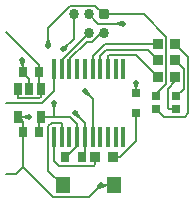
<source format=gtl>
%TF.GenerationSoftware,KiCad,Pcbnew,9.0.0*%
%TF.CreationDate,2025-02-28T17:52:26+00:00*%
%TF.ProjectId,vm_rgb_led_0.1,766d5f72-6762-45f6-9c65-645f302e312e,v0.1*%
%TF.SameCoordinates,PX5204180PY47868c0*%
%TF.FileFunction,Copper,L1,Top*%
%TF.FilePolarity,Positive*%
%FSLAX46Y46*%
G04 Gerber Fmt 4.6, Leading zero omitted, Abs format (unit mm)*
G04 Created by KiCad (PCBNEW 9.0.0) date 2025-02-28 17:52:26*
%MOMM*%
%LPD*%
G01*
G04 APERTURE LIST*
G04 Aperture macros list*
%AMRoundRect*
0 Rectangle with rounded corners*
0 $1 Rounding radius*
0 $2 $3 $4 $5 $6 $7 $8 $9 X,Y pos of 4 corners*
0 Add a 4 corners polygon primitive as box body*
4,1,4,$2,$3,$4,$5,$6,$7,$8,$9,$2,$3,0*
0 Add four circle primitives for the rounded corners*
1,1,$1+$1,$2,$3*
1,1,$1+$1,$4,$5*
1,1,$1+$1,$6,$7*
1,1,$1+$1,$8,$9*
0 Add four rect primitives between the rounded corners*
20,1,$1+$1,$2,$3,$4,$5,0*
20,1,$1+$1,$4,$5,$6,$7,0*
20,1,$1+$1,$6,$7,$8,$9,0*
20,1,$1+$1,$8,$9,$2,$3,0*%
G04 Aperture macros list end*
%TA.AperFunction,SMDPad,CuDef*%
%ADD10C,0.100000*%
%TD*%
%TA.AperFunction,ComponentPad*%
%ADD11RoundRect,0.172720X-0.259080X-0.259080X0.259080X-0.259080X0.259080X0.259080X-0.259080X0.259080X0*%
%TD*%
%TA.AperFunction,ComponentPad*%
%ADD12C,0.863600*%
%TD*%
%TA.AperFunction,SMDPad,CuDef*%
%ADD13R,0.700000X1.000000*%
%TD*%
%TA.AperFunction,SMDPad,CuDef*%
%ADD14R,0.800000X0.800000*%
%TD*%
%TA.AperFunction,SMDPad,CuDef*%
%ADD15R,0.800000X0.900000*%
%TD*%
%TA.AperFunction,SMDPad,CuDef*%
%ADD16R,0.810000X0.860000*%
%TD*%
%TA.AperFunction,SMDPad,CuDef*%
%ADD17O,0.360000X1.740000*%
%TD*%
%TA.AperFunction,SMDPad,CuDef*%
%ADD18R,1.230000X1.360000*%
%TD*%
%TA.AperFunction,SMDPad,CuDef*%
%ADD19R,0.800000X0.700000*%
%TD*%
%TA.AperFunction,ViaPad*%
%ADD20C,0.500000*%
%TD*%
%TA.AperFunction,Conductor*%
%ADD21C,0.200000*%
%TD*%
G04 APERTURE END LIST*
D10*
%TO.P,GS3,1,JD_DATA*%
%TO.N,/JD_DATA*%
X-8000000Y0D03*
%TD*%
D11*
%TO.P,J1,1,Vcc*%
%TO.N,+3V3*%
X290000Y7474800D03*
D12*
%TO.P,J1,2,SWDIO*%
%TO.N,/SWDIO*%
X290000Y5900000D03*
%TO.P,J1,3,GND*%
%TO.N,GND*%
X-980000Y7474800D03*
%TO.P,J1,4,SWDCLK*%
%TO.N,/SWCLK*%
X-980000Y5900000D03*
%TO.P,J1,5,~{RESET}*%
%TO.N,/nRESET*%
X-2250000Y7474800D03*
%TD*%
D13*
%TO.P,U2,1,IN*%
%TO.N,/JD_PWR*%
X-5050000Y1200000D03*
%TO.P,U2,2,GND*%
%TO.N,GND*%
X-6000000Y1200000D03*
%TO.P,U2,3,EN*%
%TO.N,/JD_PWR*%
X-6950000Y1200000D03*
%TO.P,U2,4,N/C*%
%TO.N,GND*%
X-6950000Y-1200000D03*
%TO.P,U2,5,OUT*%
%TO.N,+3V3*%
X-5050000Y-1200000D03*
%TD*%
D14*
%TO.P,D1,1*%
%TO.N,Net-(D1-Pad1)*%
X3020000Y-850000D03*
%TO.P,D1,2*%
%TO.N,GND*%
X3020000Y850000D03*
%TD*%
D15*
%TO.P,C2,1*%
%TO.N,/JD_PWR*%
X-5170000Y2600000D03*
%TO.P,C2,2*%
%TO.N,GND*%
X-6570000Y2600000D03*
%TD*%
%TO.P,C3,1*%
%TO.N,+3V3*%
X-5170000Y-2500000D03*
%TO.P,C3,2*%
%TO.N,GND*%
X-6570000Y-2500000D03*
%TD*%
D16*
%TO.P,R2,1*%
%TO.N,Net-(D2-R)*%
X6350000Y2200000D03*
%TO.P,R2,2*%
%TO.N,/JD_RGB_R*%
X4850000Y2200000D03*
%TD*%
%TO.P,R4,1*%
%TO.N,Net-(D2-G)*%
X6350000Y3600000D03*
%TO.P,R4,2*%
%TO.N,/JD_RGB_G*%
X4850000Y3600000D03*
%TD*%
D17*
%TO.P,U1,1,PB7/PB8*%
%TO.N,/JD_STATUS*%
X-3910000Y-2870000D03*
%TO.P,U1,2,PB9/PC14-OSC32_IN*%
%TO.N,/nFLASH*%
X-3260000Y-2870000D03*
%TO.P,U1,3,PC15-OSC32_OUT*%
%TO.N,unconnected-(U1-PC15-OSC32_OUT-Pad3)*%
X-2610000Y-2870000D03*
%TO.P,U1,4,VDD/VDDA*%
%TO.N,+3V3*%
X-1960000Y-2870000D03*
%TO.P,U1,5,VSS/VSSA*%
%TO.N,GND*%
X-1300000Y-2870000D03*
%TO.P,U1,6,NRST*%
%TO.N,/nRESET*%
X-650000Y-2870000D03*
%TO.P,U1,7,PA0*%
%TO.N,unconnected-(U1-PA0-Pad7)*%
X0Y-2870000D03*
%TO.P,U1,8,PA1*%
%TO.N,unconnected-(U1-PA1-Pad8)*%
X650000Y-2870000D03*
%TO.P,U1,9,PA2*%
%TO.N,unconnected-(U1-PA2-Pad9)*%
X1300000Y-2870000D03*
%TO.P,U1,10,PA3*%
%TO.N,unconnected-(U1-PA3-Pad10)*%
X1950000Y-2870000D03*
%TO.P,U1,11,PA4*%
%TO.N,unconnected-(U1-PA4-Pad11)*%
X1950000Y2870000D03*
%TO.P,U1,12,PA5*%
%TO.N,unconnected-(U1-PA5-Pad12)*%
X1300000Y2870000D03*
%TO.P,U1,13,PA6*%
%TO.N,/JD_RGB_R*%
X650000Y2870000D03*
%TO.P,U1,14,PA7*%
%TO.N,/JD_RGB_G*%
X0Y2870000D03*
%TO.P,U1,15,PB0/PB1/PB2/PA8*%
%TO.N,/JD_RGB_B*%
X-650000Y2870000D03*
%TO.P,U1,16,PA11[PA9]*%
%TO.N,unconnected-(U1-PA11[PA9]-Pad16)*%
X-1300000Y2870000D03*
%TO.P,U1,17,PA12[PA10]*%
%TO.N,unconnected-(U1-PA12[PA10]-Pad17)*%
X-1960000Y2870000D03*
%TO.P,U1,18,PA13*%
%TO.N,/SWDIO*%
X-2610000Y2870000D03*
%TO.P,U1,19,PA15/PA14-BOOT0*%
%TO.N,/SWCLK*%
X-3260000Y2870000D03*
%TO.P,U1,20,PB3/PB4/PB5/PB6*%
%TO.N,/JD_DATA*%
X-3910000Y2870000D03*
%TD*%
D18*
%TO.P,SW1,1,1*%
%TO.N,GND*%
X1200000Y-7000000D03*
%TO.P,SW1,2,2*%
%TO.N,/nFLASH*%
X-3160000Y-7000000D03*
%TD*%
D10*
%TO.P,GS2,1,GND*%
%TO.N,GND*%
X-8000000Y-6000000D03*
%TD*%
D16*
%TO.P,R3,1*%
%TO.N,Net-(D2-B)*%
X6350000Y5000000D03*
%TO.P,R3,2*%
%TO.N,/JD_RGB_B*%
X4850000Y5000000D03*
%TD*%
D15*
%TO.P,C1,1*%
%TO.N,+3V3*%
X-2980000Y-4600000D03*
%TO.P,C1,2*%
%TO.N,GND*%
X-1580000Y-4600000D03*
%TD*%
D10*
%TO.P,GS1,1,JD_PWR*%
%TO.N,/JD_PWR*%
X-8000000Y6000000D03*
%TD*%
D16*
%TO.P,R1,1*%
%TO.N,/JD_STATUS*%
X-430000Y-4600000D03*
%TO.P,R1,2*%
%TO.N,Net-(D1-Pad1)*%
X1070000Y-4600000D03*
%TD*%
D19*
%TO.P,D2,1,R*%
%TO.N,Net-(D2-R)*%
X6450000Y-550000D03*
%TO.P,D2,2,B*%
%TO.N,Net-(D2-B)*%
X4750000Y-550000D03*
%TO.P,D2,3*%
%TO.N,+3V3*%
X4750000Y550000D03*
%TO.P,D2,4,G*%
%TO.N,Net-(D2-G)*%
X6450000Y550000D03*
%TD*%
D20*
%TO.N,GND*%
X-2131092Y-851091D03*
X20000Y-7000000D03*
X1920000Y6700000D03*
X-6000000Y-1200000D03*
X3024409Y1695591D03*
X-6600000Y3600000D03*
%TO.N,+3V3*%
X-4400000Y4800000D03*
X-3900000Y0D03*
%TO.N,/nRESET*%
X-1300000Y1000000D03*
X-3128909Y4528909D03*
%TD*%
D21*
%TO.N,GND*%
X-980000Y7474800D02*
X-205200Y6700000D01*
X-8000000Y-6000000D02*
X-7160000Y-6000000D01*
X-6570000Y2600000D02*
X-6570000Y3570000D01*
X3020000Y1691182D02*
X3024409Y1695591D01*
X-1300000Y-4320000D02*
X-1300000Y-2870000D01*
X-3999000Y-7981000D02*
X-6570000Y-5410000D01*
X-961000Y-7981000D02*
X-3999000Y-7981000D01*
X3020000Y850000D02*
X3020000Y1691182D01*
X-6570000Y-2500000D02*
X-6570000Y-1580000D01*
X-6570000Y3570000D02*
X-6600000Y3600000D01*
X-1300000Y-2870000D02*
X-1300000Y-1682183D01*
X-6570000Y-1580000D02*
X-6950000Y-1200000D01*
X1200000Y-7000000D02*
X20000Y-7000000D01*
X-1580000Y-4600000D02*
X-1300000Y-4320000D01*
X-6950000Y-1200000D02*
X-6000000Y-1200000D01*
X-205200Y6700000D02*
X1920000Y6700000D01*
X-6000000Y2030000D02*
X-6000000Y1200000D01*
X-1300000Y-1682183D02*
X-2131092Y-851091D01*
X-6570000Y2600000D02*
X-6000000Y2030000D01*
X-7160000Y-6000000D02*
X-6570000Y-5410000D01*
X20000Y-7000000D02*
X-961000Y-7981000D01*
X-6570000Y-5410000D02*
X-6570000Y-2500000D01*
%TO.N,+3V3*%
X290000Y7474800D02*
X-442800Y8207600D01*
X5600000Y1619100D02*
X5600000Y5600000D01*
X-1960000Y-3680000D02*
X-1960000Y-2870000D01*
X-2560001Y-1200000D02*
X-1960000Y-1800001D01*
X-5170000Y-1320000D02*
X-5050000Y-1200000D01*
X3725200Y7474800D02*
X290000Y7474800D01*
X-3900000Y-1200000D02*
X-2560001Y-1200000D01*
X-2880000Y-4600000D02*
X-1960000Y-3680000D01*
X5600000Y5600000D02*
X3725200Y7474800D01*
X4750000Y769100D02*
X5600000Y1619100D01*
X-2980000Y-4600000D02*
X-2880000Y-4600000D01*
X4750000Y550000D02*
X4750000Y769100D01*
X-4399000Y4801000D02*
X-4400000Y4800000D01*
X-1960000Y-1800001D02*
X-1960000Y-2870000D01*
X-5050000Y-1200000D02*
X-3900000Y-1200000D01*
X-442800Y8207600D02*
X-2553536Y8207600D01*
X-4399000Y6362136D02*
X-4399000Y4801000D01*
X-5170000Y-2500000D02*
X-5170000Y-1320000D01*
X-2553536Y8207600D02*
X-4399000Y6362136D01*
X-3900000Y0D02*
X-3900000Y-1200000D01*
%TO.N,Net-(D1-Pad1)*%
X1070000Y-4600000D02*
X1675000Y-4600000D01*
X1675000Y-4600000D02*
X3020000Y-3255000D01*
X3020000Y-3255000D02*
X3020000Y-850000D01*
%TO.N,/JD_DATA*%
X-3910000Y2870000D02*
X-3910000Y990000D01*
X-4901000Y-1000D02*
X-7999000Y-1000D01*
X-7999000Y-1000D02*
X-8000000Y0D01*
X-3910000Y990000D02*
X-4901000Y-1000D01*
%TO.N,/SWDIO*%
X-1112800Y5167200D02*
X-676464Y5167200D01*
X-676464Y5167200D02*
X56336Y5900000D01*
X-2610000Y3670000D02*
X-2610000Y2870000D01*
X-1112800Y5167200D02*
X-2610000Y3670000D01*
X56336Y5900000D02*
X290000Y5900000D01*
%TO.N,/SWCLK*%
X-980000Y5900000D02*
X-3260000Y3620000D01*
X-3260000Y3620000D02*
X-3260000Y2870000D01*
%TO.N,/nRESET*%
X-1300000Y1000000D02*
X-650000Y350000D01*
X-650000Y350000D02*
X-650000Y-2870000D01*
X-2250000Y5407818D02*
X-3128909Y4528909D01*
X-2250000Y7474800D02*
X-2250000Y5407818D01*
%TO.N,/JD_STATUS*%
X-3910000Y-4969000D02*
X-3910000Y-2870000D01*
X-430000Y-5230000D02*
X-551000Y-5351000D01*
X-3528000Y-5351000D02*
X-3910000Y-4969000D01*
X-430000Y-4600000D02*
X-430000Y-5230000D01*
X-551000Y-5351000D02*
X-3528000Y-5351000D01*
%TO.N,/nFLASH*%
X-3361000Y-1699000D02*
X-4109237Y-1699000D01*
X-3260000Y-1800000D02*
X-3361000Y-1699000D01*
X-4391000Y-5769000D02*
X-3160000Y-7000000D01*
X-3260000Y-2870000D02*
X-3260000Y-1800000D01*
X-4109237Y-1699000D02*
X-4391000Y-1980763D01*
X-4391000Y-1980763D02*
X-4391000Y-5769000D01*
%TO.N,Net-(D2-B)*%
X7457000Y3893000D02*
X6350000Y5000000D01*
X7151000Y-1201000D02*
X7457000Y-895000D01*
X5401000Y-1201000D02*
X7151000Y-1201000D01*
X7457000Y-895000D02*
X7457000Y3893000D01*
X4750000Y-550000D02*
X5401000Y-1201000D01*
%TO.N,Net-(D2-R)*%
X6450000Y-550000D02*
X5850000Y-550000D01*
X5850000Y-550000D02*
X5749000Y-449000D01*
X5749000Y-449000D02*
X5749000Y1201000D01*
X6350000Y2150000D02*
X6400000Y2100000D01*
X6350000Y1802000D02*
X6350000Y2200000D01*
X6350000Y2200000D02*
X6350000Y2150000D01*
X5749000Y1201000D02*
X6350000Y1802000D01*
%TO.N,Net-(D2-G)*%
X7056000Y1156000D02*
X7056000Y2894000D01*
X7056000Y2894000D02*
X6350000Y3600000D01*
X6450000Y550000D02*
X7056000Y1156000D01*
%TO.N,/JD_RGB_R*%
X4850000Y2200000D02*
X3009000Y4041000D01*
X650000Y3940000D02*
X650000Y2870000D01*
X3009000Y4041000D02*
X751000Y4041000D01*
X751000Y4041000D02*
X650000Y3940000D01*
%TO.N,/JD_RGB_B*%
X4850000Y5000000D02*
X410000Y5000000D01*
X-650000Y3940000D02*
X-650000Y2870000D01*
X410000Y5000000D02*
X-650000Y3940000D01*
%TO.N,/JD_RGB_G*%
X4008000Y4442000D02*
X502000Y4442000D01*
X502000Y4442000D02*
X0Y3940000D01*
X4850000Y3600000D02*
X4008000Y4442000D01*
X0Y3940000D02*
X0Y2870000D01*
%TO.N,/JD_PWR*%
X-5151000Y399000D02*
X-6849000Y399000D01*
X-5170000Y3170000D02*
X-5170000Y2600000D01*
X-5170000Y2600000D02*
X-5170000Y1320000D01*
X-6849000Y399000D02*
X-6950000Y500000D01*
X-5170000Y1320000D02*
X-5050000Y1200000D01*
X-5050000Y500000D02*
X-5151000Y399000D01*
X-5050000Y1200000D02*
X-5050000Y500000D01*
X-6950000Y400000D02*
X-6950000Y1100000D01*
X-8000000Y6000000D02*
X-5170000Y3170000D01*
%TD*%
%TA.AperFunction,Conductor*%
%TO.N,GND*%
G36*
X-6366886Y3553680D02*
G01*
X-6359460Y3548676D01*
X-6357748Y3539886D01*
X-6357885Y3539291D01*
X-6467735Y3113581D01*
X-6473120Y3106426D01*
X-6479064Y3104804D01*
X-6662023Y3104804D01*
X-6670296Y3108231D01*
X-6672914Y3112230D01*
X-6840107Y3538259D01*
X-6839940Y3547212D01*
X-6833490Y3553424D01*
X-6831553Y3553997D01*
X-6602325Y3600528D01*
X-6597675Y3600528D01*
X-6366886Y3553680D01*
G37*
%TD.AperFunction*%
%TD*%
%TA.AperFunction,Conductor*%
%TO.N,GND*%
G36*
X1867679Y6940439D02*
G01*
X1873496Y6933632D01*
X1873836Y6932341D01*
X1920527Y6702328D01*
X1920527Y6697672D01*
X1873836Y6467660D01*
X1868832Y6460234D01*
X1860042Y6458522D01*
X1858751Y6458862D01*
X1432885Y6597372D01*
X1426078Y6603189D01*
X1424804Y6608498D01*
X1424804Y6791503D01*
X1428231Y6799776D01*
X1432882Y6802628D01*
X1858752Y6941139D01*
X1867679Y6940439D01*
G37*
%TD.AperFunction*%
%TD*%
%TA.AperFunction,Conductor*%
%TO.N,+3V3*%
G36*
X-4299243Y5291769D02*
G01*
X-4296382Y5287092D01*
X-4158828Y4861231D01*
X-4159546Y4852305D01*
X-4166366Y4846501D01*
X-4167634Y4846169D01*
X-4397672Y4799473D01*
X-4402328Y4799473D01*
X-4632315Y4846159D01*
X-4639741Y4851163D01*
X-4641453Y4859953D01*
X-4641112Y4861247D01*
X-4501639Y5287137D01*
X-4495807Y5293933D01*
X-4490520Y5295196D01*
X-4307516Y5295196D01*
X-4299243Y5291769D01*
G37*
%TD.AperFunction*%
%TD*%
%TA.AperFunction,Conductor*%
%TO.N,/nRESET*%
G36*
X-1086853Y1128356D02*
G01*
X-1086181Y1127203D01*
X-1020767Y998727D01*
X-882989Y728128D01*
X-882289Y719200D01*
X-885142Y714546D01*
X-1014546Y585142D01*
X-1022819Y581715D01*
X-1028127Y582989D01*
X-1427203Y786181D01*
X-1433020Y792988D01*
X-1432320Y801916D01*
X-1431648Y803069D01*
X-1302019Y998727D01*
X-1298727Y1002019D01*
X-1109778Y1127203D01*
X-1103069Y1131649D01*
X-1094280Y1133360D01*
X-1086853Y1128356D01*
G37*
%TD.AperFunction*%
%TD*%
%TA.AperFunction,Conductor*%
%TO.N,/nRESET*%
G36*
X-2843455Y4943768D02*
G01*
X-2714051Y4814364D01*
X-2710624Y4806091D01*
X-2711898Y4800782D01*
X-2915090Y4401707D01*
X-2921897Y4395890D01*
X-2930825Y4396590D01*
X-2931978Y4397262D01*
X-3127636Y4526891D01*
X-3130928Y4530183D01*
X-3260557Y4725841D01*
X-3262269Y4734630D01*
X-3257265Y4742057D01*
X-3256126Y4742722D01*
X-2857034Y4945922D01*
X-2848109Y4946621D01*
X-2843455Y4943768D01*
G37*
%TD.AperFunction*%
%TD*%
%TA.AperFunction,Conductor*%
%TO.N,GND*%
G36*
X3256633Y1649452D02*
G01*
X3264058Y1644448D01*
X3265770Y1635658D01*
X3265398Y1634268D01*
X3122675Y1208377D01*
X3116797Y1201622D01*
X3111581Y1200395D01*
X2928578Y1200395D01*
X2920305Y1203822D01*
X2917420Y1208576D01*
X2783123Y1634420D01*
X2783903Y1643341D01*
X2790762Y1649097D01*
X2791937Y1649401D01*
X3022084Y1696119D01*
X3026734Y1696119D01*
X3256633Y1649452D01*
G37*
%TD.AperFunction*%
%TD*%
%TA.AperFunction,Conductor*%
%TO.N,GND*%
G36*
X-1917945Y-722735D02*
G01*
X-1917273Y-723888D01*
X-1851859Y-852364D01*
X-1714081Y-1122963D01*
X-1713381Y-1131891D01*
X-1716234Y-1136545D01*
X-1845638Y-1265949D01*
X-1853911Y-1269376D01*
X-1859219Y-1268102D01*
X-2258295Y-1064910D01*
X-2264112Y-1058103D01*
X-2263412Y-1049175D01*
X-2262740Y-1048022D01*
X-2133111Y-852364D01*
X-2129819Y-849072D01*
X-1940870Y-723888D01*
X-1934161Y-719442D01*
X-1925372Y-717731D01*
X-1917945Y-722735D01*
G37*
%TD.AperFunction*%
%TD*%
%TA.AperFunction,Conductor*%
%TO.N,GND*%
G36*
X-178085Y-6867680D02*
G01*
X-176932Y-6868352D01*
X18726Y-6997981D01*
X22018Y-7001273D01*
X151647Y-7196931D01*
X153359Y-7205720D01*
X148355Y-7213147D01*
X147202Y-7213819D01*
X-251873Y-7417011D01*
X-260801Y-7417711D01*
X-265455Y-7414858D01*
X-394859Y-7285454D01*
X-398286Y-7277181D01*
X-397014Y-7271877D01*
X-193819Y-6872795D01*
X-187013Y-6866980D01*
X-178085Y-6867680D01*
G37*
%TD.AperFunction*%
%TD*%
%TA.AperFunction,Conductor*%
%TO.N,GND*%
G36*
X-6052321Y-959561D02*
G01*
X-6046504Y-966368D01*
X-6046164Y-967659D01*
X-5999473Y-1197672D01*
X-5999473Y-1202328D01*
X-6046164Y-1432340D01*
X-6051168Y-1439766D01*
X-6059958Y-1441478D01*
X-6061249Y-1441138D01*
X-6487115Y-1302628D01*
X-6493922Y-1296811D01*
X-6495196Y-1291502D01*
X-6495196Y-1108497D01*
X-6491769Y-1100224D01*
X-6487118Y-1097372D01*
X-6061248Y-958861D01*
X-6052321Y-959561D01*
G37*
%TD.AperFunction*%
%TD*%
%TA.AperFunction,Conductor*%
%TO.N,+3V3*%
G36*
X-3667660Y-46163D02*
G01*
X-3660234Y-51167D01*
X-3658522Y-59957D01*
X-3658862Y-61248D01*
X-3797372Y-487115D01*
X-3803189Y-493922D01*
X-3808498Y-495196D01*
X-3991502Y-495196D01*
X-3999775Y-491769D01*
X-4002628Y-487115D01*
X-4141139Y-61248D01*
X-4140439Y-52320D01*
X-4133632Y-46503D01*
X-4132350Y-46165D01*
X-3902325Y528D01*
X-3897675Y528D01*
X-3667660Y-46163D01*
G37*
%TD.AperFunction*%
%TD*%
%TA.AperFunction,Conductor*%
%TO.N,GND*%
G36*
X81241Y-6758859D02*
G01*
X507116Y-6897372D01*
X513922Y-6903188D01*
X515196Y-6908497D01*
X515196Y-7091502D01*
X511769Y-7099775D01*
X507115Y-7102628D01*
X81248Y-7241138D01*
X72320Y-7240438D01*
X66503Y-7233631D01*
X66163Y-7232340D01*
X19472Y-7002325D01*
X19472Y-6997674D01*
X66163Y-6767657D01*
X71167Y-6760233D01*
X79957Y-6758521D01*
X81241Y-6758859D01*
G37*
%TD.AperFunction*%
%TD*%
M02*

</source>
